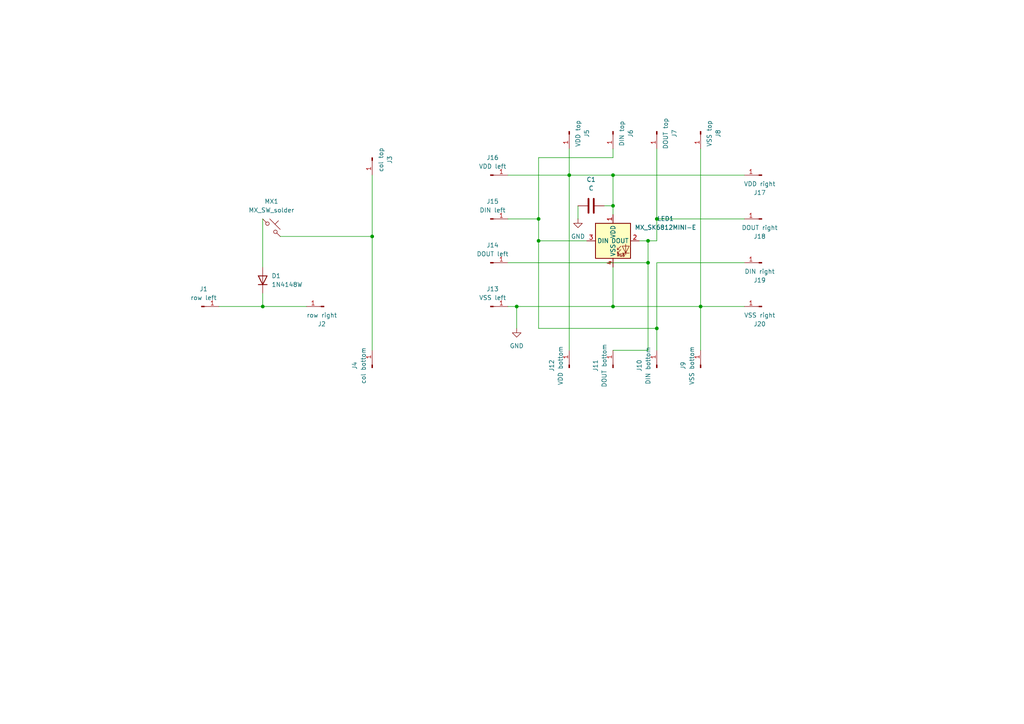
<source format=kicad_sch>
(kicad_sch (version 20250114) (generator "eeschema") (generator_version "9.0")
  (paper "A4")
  (lib_symbols
    (symbol "Connector:Conn_01x01_Pin" (pin_names (offset 1.016) (hide yes))
      (property "Reference" "J" (at 0 2.54 0))
      (property "Value" "Conn_01x01_Pin" (at 0 -2.54 0))
      (symbol "Conn_01x01_Pin_1_1"
        (rectangle (start 0.8636 0.127) (end 0 -0.127) (stroke (width 0.1524)) (fill (type outline)))
        (polyline (pts (xy 1.27 0) (xy 0.8636 0)) (stroke (width 0.1524)))
        (pin passive line (at 5.08 0 180) (length 3.81) (name "Pin_1") (number "1"))
      )
    )
    (symbol "Device:C" (pin_numbers (hide yes)) (pin_names (offset 0.254))
      (property "Reference" "C" (at 0.635 2.54 0))
      (property "Value" "C" (at 0.635 -2.54 0))
      (symbol "C_0_1"
        (polyline (pts (xy -2.032 0.762) (xy 2.032 0.762)) (stroke (width 0.508)))
        (polyline (pts (xy -2.032 -0.762) (xy 2.032 -0.762)) (stroke (width 0.508)))
      )
      (symbol "C_1_1"
        (pin passive line (at 0 3.81 270) (length 2.794) (name "~") (number "1"))
        (pin passive line (at 0 -3.81 90) (length 2.794) (name "~") (number "2"))
      )
    )
    (symbol "Diode:1N4148W" (pin_numbers (hide yes)) (pin_names (hide yes))
      (property "Reference" "D" (at 0 2.54 0))
      (property "Value" "1N4148W" (at 0 -2.54 0))
      (symbol "1N4148W_0_1"
        (polyline (pts (xy -1.27 1.27) (xy -1.27 -1.27)) (stroke (width 0.254)))
        (polyline (pts (xy 1.27 1.27) (xy 1.27 -1.27) (xy -1.27 0) (xy 1.27 1.27)) (stroke (width 0.254)))
        (polyline (pts (xy 1.27 0) (xy -1.27 0)))
      )
      (symbol "1N4148W_1_1"
        (pin passive line (at -3.81 0 0) (length 2.54) (name "K") (number "1"))
        (pin passive line (at 3.81 0 180) (length 2.54) (name "A") (number "2"))
      )
    )
    (symbol "PCM_marbastlib-mx:MX_SK6812MINI-E"
      (property "Reference" "LED" (at 3.175 6.35 0))
      (property "Value" "MX_SK6812MINI-E" (at 10.16 -6.985 0))
      (symbol "MX_SK6812MINI-E_0_0"
        (text "RGB" (at 2.286 -4.191 0) (effects (font (size 0.762 0.762))))
      )
      (symbol "MX_SK6812MINI-E_0_1"
        (rectangle (start -5.08 5.08) (end 5.08 -5.08) (stroke (width 0.254)) (fill (type background)))
        (polyline (pts (xy 1.27 -2.54) (xy 1.778 -2.54)))
        (polyline (pts (xy 1.27 -3.556) (xy 1.778 -3.556)))
        (polyline (pts (xy 2.286 -1.524) (xy 1.27 -2.54) (xy 1.27 -2.032)))
        (polyline (pts (xy 2.286 -2.54) (xy 1.27 -3.556) (xy 1.27 -3.048)))
        (polyline (pts (xy 3.683 -1.016) (xy 3.683 -3.556) (xy 3.683 -4.064)))
        (polyline (pts (xy 4.699 -1.524) (xy 2.667 -1.524) (xy 3.683 -3.556) (xy 4.699 -1.524)))
        (polyline (pts (xy 4.699 -3.556) (xy 2.667 -3.556)))
      )
      (symbol "MX_SK6812MINI-E_1_1"
        (pin input line (at -7.62 0 0) (length 2.54) (name "DIN") (number "3"))
        (pin power_in line (at 0 7.62 270) (length 2.54) (name "VDD") (number "1"))
        (pin power_in line (at 0 -7.62 90) (length 2.54) (name "VSS") (number "4"))
        (pin output line (at 7.62 0 180) (length 2.54) (name "DOUT") (number "2"))
      )
    )
    (symbol "PCM_marbastlib-mx:MX_SW_solder" (pin_numbers (hide yes)) (pin_names (offset 1.016) (hide yes))
      (property "Reference" "MX" (at 3.048 1.016 0))
      (property "Value" "MX_SW_solder" (at 0 -3.81 0))
      (symbol "MX_SW_solder_0_1"
        (polyline (pts (xy -2.54 2.54) (xy -1.524 1.524) (xy -1.524 1.524)))
        (circle (center -1.1684 1.1684) (radius 0.508))
        (polyline (pts (xy -0.508 2.54) (xy 2.54 -0.508)))
        (polyline (pts (xy 1.016 1.016) (xy 2.032 2.032)))
        (circle (center 1.143 -1.1938) (radius 0.508))
        (polyline (pts (xy 1.524 -1.524) (xy 2.54 -2.54) (xy 2.54 -2.54) (xy 2.54 -2.54)))
        (pin passive line (at -2.54 2.54 0) (length 0) (name "1") (number "1"))
        (pin passive line (at 2.54 -2.54 180) (length 0) (name "2") (number "2"))
      )
    )
    (symbol "power:GND" (power) (pin_numbers (hide yes)) (pin_names (offset 0) (hide yes))
      (property "Value" "GND" (at 0 -3.81 0))
      (symbol "GND_0_1"
        (polyline (pts (xy 0 0) (xy 0 -1.27) (xy 1.27 -1.27) (xy 0 -2.54) (xy -1.27 -1.27) (xy 0 -1.27)))
      )
      (symbol "GND_1_1"
        (pin power_in line (at 0 0 270) (length 0) (name "~") (number "1"))
      )
    )
  )
  (junction (at 187.96 76.2))
  (junction (at 165.1 50.8))
  (junction (at 107.95 68.58))
  (junction (at 156.21 63.5))
  (junction (at 149.86 88.9))
  (junction (at 76.2 88.9))
  (junction (at 177.8 50.8))
  (junction (at 203.2 88.9))
  (junction (at 177.8 59.69))
  (junction (at 187.96 69.85))
  (junction (at 190.5 95.25))
  (junction (at 177.8 88.9))
  (junction (at 190.5 63.5))
  (junction (at 156.21 69.85))
  (wire (pts (xy 156.21 63.5) (xy 147.32 63.5)))
  (wire (pts (xy 177.8 77.47) (xy 177.8 88.9)))
  (wire (pts (xy 147.32 50.8) (xy 165.1 50.8)))
  (wire (pts (xy 177.8 43.18) (xy 177.8 45.72)))
  (wire (pts (xy 156.21 69.85) (xy 156.21 63.5)))
  (wire (pts (xy 177.8 101.6) (xy 187.96 101.6)))
  (wire (pts (xy 107.95 68.58) (xy 107.95 50.8)))
  (wire (pts (xy 187.96 101.6) (xy 187.96 76.2)))
  (wire (pts (xy 76.2 85.09) (xy 76.2 88.9)))
  (wire (pts (xy 147.32 76.2) (xy 187.96 76.2)))
  (wire (pts (xy 147.32 88.9) (xy 149.86 88.9)))
  (wire (pts (xy 215.9 76.2) (xy 190.5 76.2)))
  (wire (pts (xy 175.26 59.69) (xy 177.8 59.69)))
  (wire (pts (xy 170.18 69.85) (xy 156.21 69.85)))
  (wire (pts (xy 177.8 59.69) (xy 177.8 50.8)))
  (wire (pts (xy 81.28 68.58) (xy 107.95 68.58)))
  (wire (pts (xy 76.2 63.5) (xy 76.2 77.47)))
  (wire (pts (xy 165.1 43.18) (xy 165.1 50.8)))
  (wire (pts (xy 190.5 95.25) (xy 156.21 95.25)))
  (wire (pts (xy 149.86 88.9) (xy 177.8 88.9)))
  (wire (pts (xy 190.5 69.85) (xy 187.96 69.85)))
  (wire (pts (xy 107.95 68.58) (xy 107.95 101.6)))
  (wire (pts (xy 190.5 43.18) (xy 190.5 63.5)))
  (wire (pts (xy 203.2 88.9) (xy 203.2 101.6)))
  (wire (pts (xy 187.96 76.2) (xy 187.96 69.85)))
  (wire (pts (xy 165.1 50.8) (xy 165.1 101.6)))
  (wire (pts (xy 190.5 63.5) (xy 190.5 69.85)))
  (wire (pts (xy 203.2 88.9) (xy 215.9 88.9)))
  (wire (pts (xy 156.21 45.72) (xy 156.21 63.5)))
  (wire (pts (xy 203.2 43.18) (xy 203.2 88.9)))
  (wire (pts (xy 156.21 95.25) (xy 156.21 69.85)))
  (wire (pts (xy 177.8 50.8) (xy 215.9 50.8)))
  (wire (pts (xy 76.2 88.9) (xy 88.9 88.9)))
  (wire (pts (xy 187.96 69.85) (xy 185.42 69.85)))
  (wire (pts (xy 177.8 45.72) (xy 156.21 45.72)))
  (wire (pts (xy 165.1 50.8) (xy 177.8 50.8)))
  (wire (pts (xy 190.5 101.6) (xy 190.5 95.25)))
  (wire (pts (xy 215.9 63.5) (xy 190.5 63.5)))
  (wire (pts (xy 149.86 88.9) (xy 149.86 95.25)))
  (wire (pts (xy 177.8 62.23) (xy 177.8 59.69)))
  (wire (pts (xy 177.8 88.9) (xy 203.2 88.9)))
  (wire (pts (xy 63.5 88.9) (xy 76.2 88.9)))
  (wire (pts (xy 190.5 76.2) (xy 190.5 95.25)))
  (wire (pts (xy 167.64 59.69) (xy 167.64 63.5)))
  (symbol (lib_id "Diode:1N4148W") (at 76.2 81.28 90) (unit 1)
    (property "Reference" "D1" (at 78.74 80.0099 90) (effects (justify right)))
    (property "Value" "1N4148W" (at 78.74 82.5499 90) (effects (justify right)))
    (property "Footprint" "Diode_SMD:D_SOD-123" (effects (hide yes)))
    (property "Datasheet" "https://www.vishay.com/docs/85748/1n4148w.pdf" (effects (hide yes)))
    (property "Description" "75V 0.15A Fast Switching Diode, SOD-123" (effects (hide yes)))
    (property "Sim.Device" "D" (effects (hide yes)))
    (property "Sim.Pins" "1=K 2=A" (effects (hide yes)))
  )
  (symbol (lib_id "Connector:Conn_01x01_Pin") (at 177.8 38.1 270) (unit 1)
    (property "Reference" "J6" (at 182.88 38.735 0))
    (property "Value" "DIN top" (at 180.34 38.735 0))
    (property "Description" "Generic connector, single row, 01x01, script generated" (effects (hide yes)))
  )
  (symbol (lib_id "Connector:Conn_01x01_Pin") (at 203.2 106.68 90) (unit 1)
    (property "Reference" "J9" (at 198.12 106.045 0))
    (property "Value" "VSS bottom" (at 200.66 106.045 0))
    (property "Description" "Generic connector, single row, 01x01, script generated" (effects (hide yes)))
  )
  (symbol (lib_id "Connector:Conn_01x01_Pin") (at 58.42 88.9 0) (unit 1)
    (property "Reference" "J1" (at 59.055 83.82 0))
    (property "Value" "row left" (at 59.055 86.36 0))
    (property "Description" "Generic connector, single row, 01x01, script generated" (effects (hide yes)))
  )
  (symbol (lib_id "Connector:Conn_01x01_Pin") (at 142.24 88.9 0) (unit 1)
    (property "Reference" "J13" (at 142.875 83.82 0))
    (property "Value" "VSS left" (at 142.875 86.36 0))
    (property "Description" "Generic connector, single row, 01x01, script generated" (effects (hide yes)))
  )
  (symbol (lib_id "Connector:Conn_01x01_Pin") (at 220.98 63.5 180) (unit 1)
    (property "Reference" "J18" (at 220.345 68.58 0))
    (property "Value" "DOUT right" (at 220.345 66.04 0))
    (property "Description" "Generic connector, single row, 01x01, script generated" (effects (hide yes)))
  )
  (symbol (lib_id "Connector:Conn_01x01_Pin") (at 203.2 38.1 270) (unit 1)
    (property "Reference" "J8" (at 208.28 38.735 0))
    (property "Value" "VSS top" (at 205.74 38.735 0))
    (property "Description" "Generic connector, single row, 01x01, script generated" (effects (hide yes)))
  )
  (symbol (lib_id "Connector:Conn_01x01_Pin") (at 220.98 50.8 180) (unit 1)
    (property "Reference" "J17" (at 220.345 55.88 0))
    (property "Value" "VDD right" (at 220.345 53.34 0))
    (property "Description" "Generic connector, single row, 01x01, script generated" (effects (hide yes)))
  )
  (symbol (lib_id "power:GND") (at 167.64 63.5 0) (unit 1)
    (property "Reference" "#PWR01" (effects (hide yes)))
    (property "Value" "GND" (at 167.64 68.58 0))
    (property "Description" "Power symbol creates a global label with name \"GND\" , ground" (effects (hide yes)))
  )
  (symbol (lib_id "Connector:Conn_01x01_Pin") (at 177.8 106.68 90) (unit 1)
    (property "Reference" "J11" (at 172.72 106.045 0))
    (property "Value" "DOUT bottom" (at 175.26 106.045 0))
    (property "Description" "Generic connector, single row, 01x01, script generated" (effects (hide yes)))
  )
  (symbol (lib_id "Connector:Conn_01x01_Pin") (at 165.1 38.1 270) (unit 1)
    (property "Reference" "J5" (at 170.18 38.735 0))
    (property "Value" "VDD top" (at 167.64 38.735 0))
    (property "Description" "Generic connector, single row, 01x01, script generated" (effects (hide yes)))
  )
  (symbol (lib_id "Connector:Conn_01x01_Pin") (at 93.98 88.9 180) (unit 1)
    (property "Reference" "J2" (at 93.345 93.98 0))
    (property "Value" "row right" (at 93.345 91.44 0))
    (property "Description" "Generic connector, single row, 01x01, script generated" (effects (hide yes)))
  )
  (symbol (lib_id "Connector:Conn_01x01_Pin") (at 220.98 76.2 180) (unit 1)
    (property "Reference" "J19" (at 220.345 81.28 0))
    (property "Value" "DIN right" (at 220.345 78.74 0))
    (property "Description" "Generic connector, single row, 01x01, script generated" (effects (hide yes)))
  )
  (symbol (lib_id "Connector:Conn_01x01_Pin") (at 220.98 88.9 180) (unit 1)
    (property "Reference" "J20" (at 220.345 93.98 0))
    (property "Value" "VSS right" (at 220.345 91.44 0))
    (property "Description" "Generic connector, single row, 01x01, script generated" (effects (hide yes)))
  )
  (symbol (lib_id "Connector:Conn_01x01_Pin") (at 107.95 106.68 90) (unit 1)
    (property "Reference" "J4" (at 102.87 106.045 0))
    (property "Value" "col bottom" (at 105.41 106.045 0))
    (property "Description" "Generic connector, single row, 01x01, script generated" (effects (hide yes)))
  )
  (symbol (lib_id "Device:C") (at 171.45 59.69 90) (unit 1)
    (property "Reference" "C1" (at 171.45 52.07 90))
    (property "Value" "C" (at 171.45 54.61 90))
    (property "Description" "Unpolarized capacitor" (effects (hide yes)))
  )
  (symbol (lib_id "Connector:Conn_01x01_Pin") (at 142.24 76.2 0) (unit 1)
    (property "Reference" "J14" (at 142.875 71.12 0))
    (property "Value" "DOUT left" (at 142.875 73.66 0))
    (property "Description" "Generic connector, single row, 01x01, script generated" (effects (hide yes)))
  )
  (symbol (lib_id "power:GND") (at 149.86 95.25 0) (unit 1)
    (property "Reference" "#PWR02" (effects (hide yes)))
    (property "Value" "GND" (at 149.86 100.33 0))
    (property "Description" "Power symbol creates a global label with name \"GND\" , ground" (effects (hide yes)))
  )
  (symbol (lib_id "Connector:Conn_01x01_Pin") (at 190.5 38.1 270) (unit 1)
    (property "Reference" "J7" (at 195.58 38.735 0))
    (property "Value" "DOUT top" (at 193.04 38.735 0))
    (property "Description" "Generic connector, single row, 01x01, script generated" (effects (hide yes)))
  )
  (symbol (lib_id "PCM_marbastlib-mx:MX_SK6812MINI-E") (at 177.8 69.85 0) (unit 1)
    (property "Reference" "LED1" (at 193.04 63.4298 0))
    (property "Value" "MX_SK6812MINI-E" (at 193.04 65.9698 0))
    (property "Footprint" "PCM_marbastlib-mx:LED_MX_6028R" (effects (hide yes)))
    (property "Description" "Reverse mount adressable LED (WS2812 protocol)" (effects (hide yes)))
  )
  (symbol (lib_id "Connector:Conn_01x01_Pin") (at 107.95 45.72 270) (unit 1)
    (property "Reference" "J3" (at 113.03 46.355 0))
    (property "Value" "col top" (at 110.49 46.355 0))
    (property "Description" "Generic connector, single row, 01x01, script generated" (effects (hide yes)))
  )
  (symbol (lib_id "PCM_marbastlib-mx:MX_SW_solder") (at 78.74 66.04 0) (unit 1)
    (property "Reference" "MX1" (at 78.74 58.42 0))
    (property "Value" "MX_SW_solder" (at 78.74 60.96 0))
    (property "Footprint" "PCM_marbastlib-mx:SW_MX_1u" (effects (hide yes)))
    (property "Description" "Push button switch, normally open, two pins, 45° tilted" (effects (hide yes)))
  )
  (symbol (lib_id "Connector:Conn_01x01_Pin") (at 190.5 106.68 90) (unit 1)
    (property "Reference" "J10" (at 185.42 106.045 0))
    (property "Value" "DIN bottom" (at 187.96 106.045 0))
    (property "Description" "Generic connector, single row, 01x01, script generated" (effects (hide yes)))
  )
  (symbol (lib_id "Connector:Conn_01x01_Pin") (at 142.24 63.5 0) (unit 1)
    (property "Reference" "J15" (at 142.875 58.42 0))
    (property "Value" "DIN left" (at 142.875 60.96 0))
    (property "Description" "Generic connector, single row, 01x01, script generated" (effects (hide yes)))
  )
  (symbol (lib_id "Connector:Conn_01x01_Pin") (at 142.24 50.8 0) (unit 1)
    (property "Reference" "J16" (at 142.875 45.72 0))
    (property "Value" "VDD left" (at 142.875 48.26 0))
    (property "Description" "Generic connector, single row, 01x01, script generated" (effects (hide yes)))
  )
  (symbol (lib_id "Connector:Conn_01x01_Pin") (at 165.1 106.68 90) (unit 1)
    (property "Reference" "J12" (at 160.02 106.045 0))
    (property "Value" "VDD bottom" (at 162.56 106.045 0))
    (property "Description" "Generic connector, single row, 01x01, script generated" (effects (hide yes)))
  )
)
</source>
